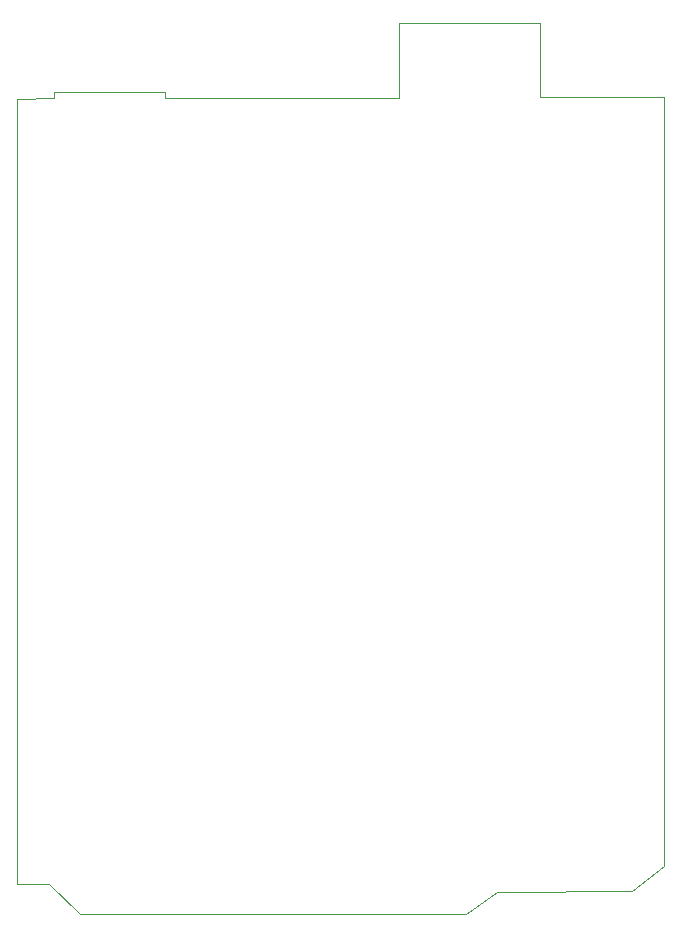
<source format=gbr>
%TF.GenerationSoftware,KiCad,Pcbnew,7.0.10*%
%TF.CreationDate,2024-01-30T02:50:09+05:30*%
%TF.ProjectId,rp2040-basic-m1,72703230-3430-42d6-9261-7369632d6d31,rev?*%
%TF.SameCoordinates,Original*%
%TF.FileFunction,Profile,NP*%
%FSLAX46Y46*%
G04 Gerber Fmt 4.6, Leading zero omitted, Abs format (unit mm)*
G04 Created by KiCad (PCBNEW 7.0.10) date 2024-01-30 02:50:09*
%MOMM*%
%LPD*%
G01*
G04 APERTURE LIST*
%TA.AperFunction,Profile*%
%ADD10C,0.100000*%
%TD*%
G04 APERTURE END LIST*
D10*
X83980000Y-21130500D02*
X84010000Y-21640500D01*
X115730000Y-15300500D02*
X115740000Y-21610500D01*
X74540000Y-21680500D02*
X74550000Y-21140500D01*
X71430000Y-88210500D02*
X71440000Y-21710500D01*
X126200000Y-86700000D02*
X123525000Y-88830000D01*
X109490000Y-90750500D02*
X76740000Y-90760500D01*
X74550000Y-21140500D02*
X83980000Y-21130500D01*
X112125000Y-88850000D02*
X109490000Y-90750500D01*
X84010000Y-21640500D02*
X103750000Y-21650500D01*
X103790000Y-15340500D02*
X115730000Y-15300500D01*
X103750000Y-21650500D02*
X103790000Y-15340500D01*
X74190000Y-88230500D02*
X71430000Y-88210500D01*
X76740000Y-90760500D02*
X74190000Y-88230500D01*
X123525000Y-88830000D02*
X112125000Y-88850000D01*
X115740000Y-21610500D02*
X126200000Y-21600000D01*
X126200000Y-21600000D02*
X126200000Y-86700000D01*
X71440000Y-21710500D02*
X74540000Y-21680500D01*
M02*

</source>
